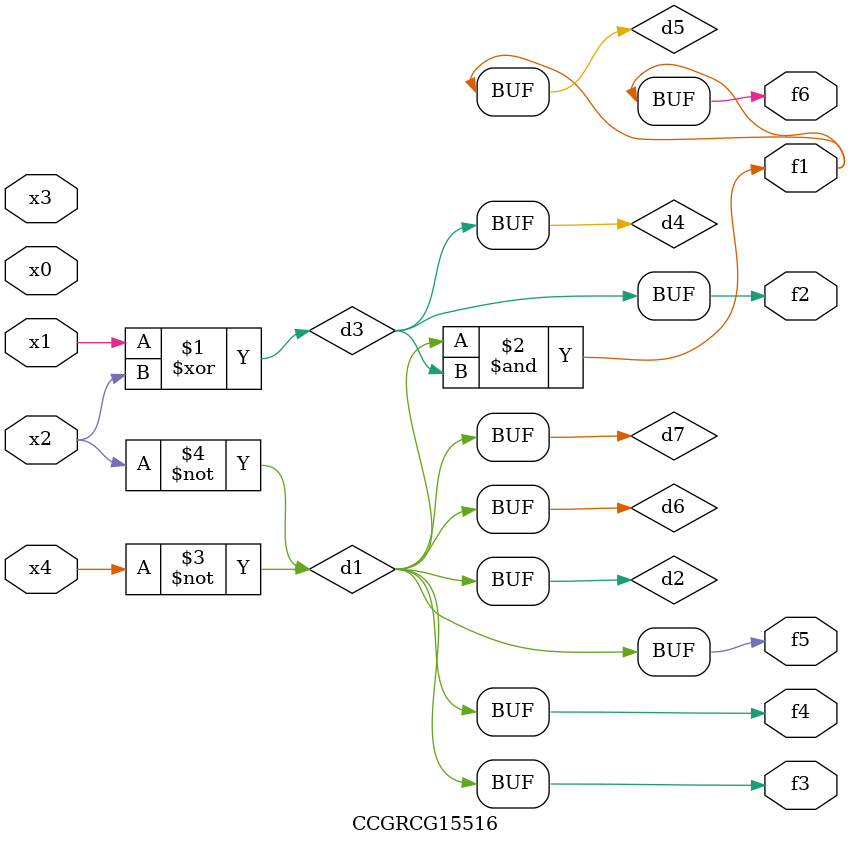
<source format=v>
module CCGRCG15516(
	input x0, x1, x2, x3, x4,
	output f1, f2, f3, f4, f5, f6
);

	wire d1, d2, d3, d4, d5, d6, d7;

	not (d1, x4);
	not (d2, x2);
	xor (d3, x1, x2);
	buf (d4, d3);
	and (d5, d1, d3);
	buf (d6, d1, d2);
	buf (d7, d2);
	assign f1 = d5;
	assign f2 = d4;
	assign f3 = d7;
	assign f4 = d7;
	assign f5 = d7;
	assign f6 = d5;
endmodule

</source>
